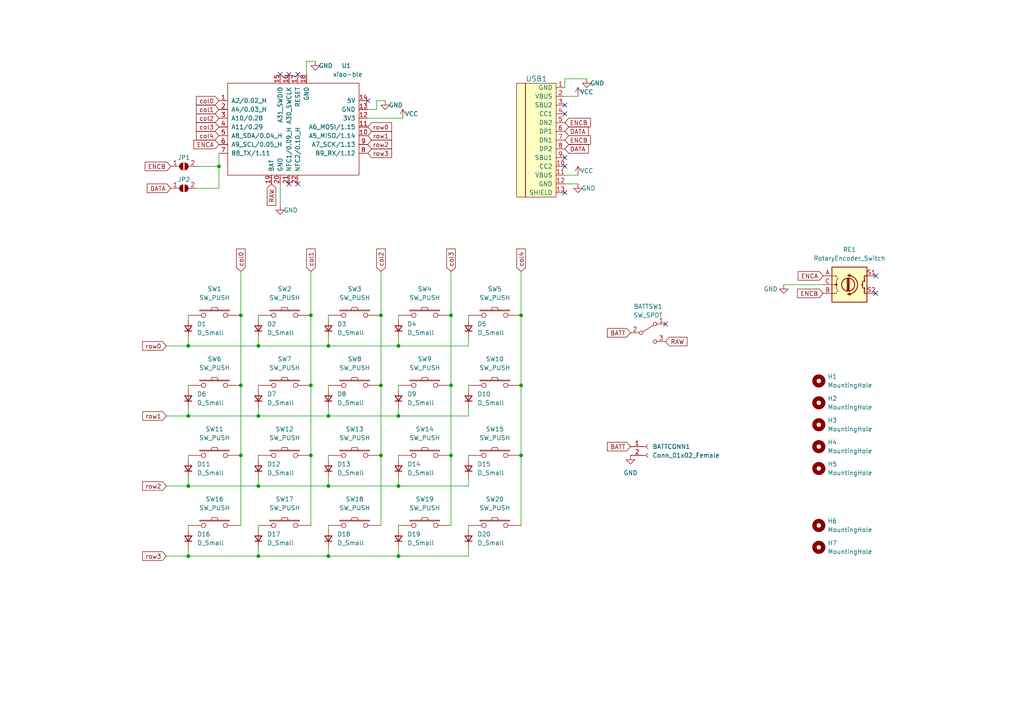
<source format=kicad_sch>
(kicad_sch (version 20211123) (generator eeschema)
  (paper "A4")
  (lib_symbols
    (symbol "Connector:Conn_01x02_Female" (pin_names (offset 1.016) hide)
      (property "Reference" "J" (at 0 2.54 0))
      (property "Value" "Conn_01x02_Female" (at 0 -5.08 0))
      (symbol "Conn_01x02_Female_1_1"
        (arc (start 0 -2.032) (mid -0.508 -2.54) (end 0 -3.048) (stroke (width 0.1524)))
        (polyline (pts (xy -1.27 -2.54) (xy -0.508 -2.54)) (stroke (width 0.1524)))
        (polyline (pts (xy -1.27 0) (xy -0.508 0)) (stroke (width 0.1524)))
        (arc (start 0 0.508) (mid -0.508 0) (end 0 -0.508) (stroke (width 0.1524)))
        (pin passive line (at -5.08 0 0) (length 3.81) (name "Pin_1") (number "1"))
        (pin passive line (at -5.08 -2.54 0) (length 3.81) (name "Pin_2") (number "2"))
      )
    )
    (symbol "Device:D_Small" (pin_numbers hide) (pin_names (offset 0.254) hide)
      (property "Reference" "D" (at -1.27 2.032 0))
      (property "Value" "D_Small" (at -3.81 -2.032 0))
      (symbol "D_Small_0_1"
        (polyline (pts (xy -0.762 -1.016) (xy -0.762 1.016)) (stroke (width 0.254)))
        (polyline (pts (xy -0.762 0) (xy 0.762 0)))
        (polyline (pts (xy 0.762 -1.016) (xy -0.762 0) (xy 0.762 1.016) (xy 0.762 -1.016)) (stroke (width 0.254)))
      )
      (symbol "D_Small_1_1"
        (pin passive line (at -2.54 0 0) (length 1.778) (name "K") (number "1"))
        (pin passive line (at 2.54 0 180) (length 1.778) (name "A") (number "2"))
      )
    )
    (symbol "Device:RotaryEncoder_Switch" (pin_names (offset 0.254) hide)
      (property "Reference" "SW" (at 0 6.604 0))
      (property "Value" "RotaryEncoder_Switch" (at 0 -6.604 0))
      (symbol "RotaryEncoder_Switch_0_1"
        (rectangle (start -5.08 5.08) (end 5.08 -5.08) (stroke (width 0.254)) (fill (type background)))
        (circle (center -3.81 0) (radius 0.254) (fill (type outline)))
        (arc (start -0.381 -2.794) (mid 2.3622 -0.0508) (end -0.381 2.667) (stroke (width 0.254)))
        (circle (center -0.381 0) (radius 1.905) (stroke (width 0.254)))
        (polyline (pts (xy -0.635 -1.778) (xy -0.635 1.778)) (stroke (width 0.254)))
        (polyline (pts (xy -0.381 -1.778) (xy -0.381 1.778)) (stroke (width 0.254)))
        (polyline (pts (xy -0.127 1.778) (xy -0.127 -1.778)) (stroke (width 0.254)))
        (polyline (pts (xy 3.81 0) (xy 3.429 0)) (stroke (width 0.254)))
        (polyline (pts (xy 3.81 1.016) (xy 3.81 -1.016)) (stroke (width 0.254)))
        (polyline (pts (xy -5.08 -2.54) (xy -3.81 -2.54) (xy -3.81 -2.032)))
        (polyline (pts (xy -5.08 2.54) (xy -3.81 2.54) (xy -3.81 2.032)))
        (polyline (pts (xy 0.254 -3.048) (xy -0.508 -2.794) (xy 0.127 -2.413)) (stroke (width 0.254)))
        (polyline (pts (xy 0.254 2.921) (xy -0.508 2.667) (xy 0.127 2.286)) (stroke (width 0.254)))
        (polyline (pts (xy 5.08 -2.54) (xy 4.318 -2.54) (xy 4.318 -1.016)) (stroke (width 0.254)))
        (polyline (pts (xy 5.08 2.54) (xy 4.318 2.54) (xy 4.318 1.016)) (stroke (width 0.254)))
        (polyline (pts (xy -5.08 0) (xy -3.81 0) (xy -3.81 -1.016) (xy -3.302 -2.032)))
        (polyline (pts (xy -4.318 0) (xy -3.81 0) (xy -3.81 1.016) (xy -3.302 2.032)))
        (circle (center 4.318 -1.016) (radius 0.127) (stroke (width 0.254)))
        (circle (center 4.318 1.016) (radius 0.127) (stroke (width 0.254)))
      )
      (symbol "RotaryEncoder_Switch_1_1"
        (pin passive line (at -7.62 2.54 0) (length 2.54) (name "A") (number "A"))
        (pin passive line (at -7.62 -2.54 0) (length 2.54) (name "B") (number "B"))
        (pin passive line (at -7.62 0 0) (length 2.54) (name "C") (number "C"))
        (pin passive line (at 7.62 2.54 180) (length 2.54) (name "S1") (number "S1"))
        (pin passive line (at 7.62 -2.54 180) (length 2.54) (name "S2") (number "S2"))
      )
    )
    (symbol "Jumper:SolderJumper_2_Open" (pin_names (offset 0) hide)
      (property "Reference" "JP" (at 0 2.032 0))
      (property "Value" "SolderJumper_2_Open" (at 0 -2.54 0))
      (symbol "SolderJumper_2_Open_0_1"
        (arc (start -0.254 1.016) (mid -1.27 0) (end -0.254 -1.016))
        (arc (start -0.254 1.016) (mid -1.27 0) (end -0.254 -1.016) (fill (type outline)))
        (polyline (pts (xy -0.254 1.016) (xy -0.254 -1.016)))
        (polyline (pts (xy 0.254 1.016) (xy 0.254 -1.016)))
        (arc (start 0.254 -1.016) (mid 1.27 0) (end 0.254 1.016))
        (arc (start 0.254 -1.016) (mid 1.27 0) (end 0.254 1.016) (fill (type outline)))
      )
      (symbol "SolderJumper_2_Open_1_1"
        (pin passive line (at -3.81 0 0) (length 2.54) (name "A") (number "1"))
        (pin passive line (at 3.81 0 180) (length 2.54) (name "B") (number "2"))
      )
    )
    (symbol "Mechanical:MountingHole" (pin_names (offset 1.016))
      (property "Reference" "H" (at 0 5.08 0))
      (property "Value" "MountingHole" (at 0 3.175 0))
      (symbol "MountingHole_0_1"
        (circle (center 0 0) (radius 1.27) (stroke (width 1.27)))
      )
    )
    (symbol "Switch:SW_SPDT" (pin_names (offset 0) hide)
      (property "Reference" "SW" (at 0 4.318 0))
      (property "Value" "SW_SPDT" (at 0 -5.08 0))
      (symbol "SW_SPDT_0_0"
        (circle (center -2.032 0) (radius 0.508))
        (circle (center 2.032 -2.54) (radius 0.508))
      )
      (symbol "SW_SPDT_0_1"
        (polyline (pts (xy -1.524 0.254) (xy 1.651 2.286)))
        (circle (center 2.032 2.54) (radius 0.508))
      )
      (symbol "SW_SPDT_1_1"
        (pin passive line (at 5.08 2.54 180) (length 2.54) (name "A") (number "1"))
        (pin passive line (at -5.08 0 0) (length 2.54) (name "B") (number "2"))
        (pin passive line (at 5.08 -2.54 180) (length 2.54) (name "C") (number "3"))
      )
    )
    (symbol "kbd:SW_PUSH" (pin_numbers hide) (pin_names (offset 1.016) hide)
      (property "Reference" "SW" (at 3.81 2.794 0))
      (property "Value" "SW_PUSH" (at 0 -2.032 0))
      (symbol "SW_PUSH_0_1"
        (rectangle (start -4.318 1.27) (end 4.318 1.524))
        (polyline (pts (xy -1.016 1.524) (xy -0.762 2.286) (xy 0.762 2.286) (xy 1.016 1.524)))
        (pin passive inverted (at -7.62 0 0) (length 5.08) (name "1") (number "1"))
        (pin passive inverted (at 7.62 0 180) (length 5.08) (name "2") (number "2"))
      )
    )
    (symbol "kleeb-mcu:xiao-ble" (pin_names (offset 1.016))
      (property "Reference" "U" (at -17.78 16.51 0))
      (property "Value" "xiao-ble" (at -15.24 13.97 0))
      (symbol "xiao-ble_0_1"
        (rectangle (start -19.05 12.7) (end 19.05 -13.97))
      )
      (symbol "xiao-ble_1_1"
        (pin bidirectional line (at -21.59 7.62 0) (length 2.54) (name "A2/0.02_H") (number "1"))
        (pin bidirectional line (at 21.59 -2.54 180) (length 2.54) (name "A5_MISO/1.14") (number "10"))
        (pin bidirectional line (at 21.59 0 180) (length 2.54) (name "A6_MOSI/1.15") (number "11"))
        (pin power_out line (at 21.59 2.54 180) (length 2.54) (name "3V3") (number "12"))
        (pin power_out line (at 21.59 5.08 180) (length 2.54) (name "GND") (number "13"))
        (pin power_out line (at 21.59 7.62 180) (length 2.54) (name "5V") (number "14"))
        (pin input line (at -3.81 15.24 270) (length 2.54) (name "A31_SWDIO") (number "15"))
        (pin input line (at -1.27 15.24 270) (length 2.54) (name "A30_SWCLK") (number "16"))
        (pin input line (at 1.27 15.24 270) (length 2.54) (name "RESET") (number "17"))
        (pin power_out line (at 3.81 15.24 270) (length 2.54) (name "GND") (number "18"))
        (pin bidirectional line (at -6.35 -16.51 90) (length 2.54) (name "BAT") (number "19"))
        (pin bidirectional line (at -21.59 5.08 0) (length 2.54) (name "A4/0.03_H") (number "2"))
        (pin power_out line (at -3.81 -16.51 90) (length 2.54) (name "GND") (number "20"))
        (pin bidirectional line (at -1.27 -16.51 90) (length 2.54) (name "NFC1/0.09_H") (number "21"))
        (pin bidirectional line (at 1.27 -16.51 90) (length 2.54) (name "NFC2/0.10_H") (number "22"))
        (pin bidirectional line (at -21.59 2.54 0) (length 2.54) (name "A10/0.28") (number "3"))
        (pin bidirectional line (at -21.59 0 0) (length 2.54) (name "A11/0.29") (number "4"))
        (pin bidirectional line (at -21.59 -2.54 0) (length 2.54) (name "A8_SDA/0.04_H") (number "5"))
        (pin bidirectional line (at -21.59 -5.08 0) (length 2.54) (name "A9_SCL/0.05_H") (number "6"))
        (pin bidirectional line (at -21.59 -7.62 0) (length 2.54) (name "B8_TX/1.11") (number "7"))
        (pin bidirectional line (at 21.59 -7.62 180) (length 2.54) (name "B9_RX/1.12") (number "8"))
        (pin bidirectional line (at 21.59 -5.08 180) (length 2.54) (name "A7_SCK/1.13") (number "9"))
      )
    )
    (symbol "power:GND" (power) (pin_names (offset 0))
      (property "Value" "GND" (at 0 -3.81 0))
      (symbol "GND_0_1"
        (polyline (pts (xy 0 0) (xy 0 -1.27) (xy 1.27 -1.27) (xy 0 -2.54) (xy -1.27 -1.27) (xy 0 -1.27)))
      )
      (symbol "GND_1_1"
        (pin power_in line (at 0 0 270) (length 0) hide (name "GND") (number "1"))
      )
    )
    (symbol "power:VCC" (power) (pin_names (offset 0))
      (property "Value" "VCC" (at 0 3.81 0))
      (symbol "VCC_0_1"
        (polyline (pts (xy -0.762 1.27) (xy 0 2.54)))
        (polyline (pts (xy 0 0) (xy 0 2.54)))
        (polyline (pts (xy 0 2.54) (xy 0.762 1.27)))
      )
      (symbol "VCC_1_1"
        (pin power_in line (at 0 0 90) (length 0) hide (name "VCC") (number "1"))
      )
    )
    (symbol "typec:HRO-TYPE-C-31-M-12" (pin_names (offset 1.016))
      (property "Reference" "USB" (at -5.08 16.51 0))
      (property "Value" "HRO-TYPE-C-31-M-12" (at -10.16 -1.27 90))
      (symbol "HRO-TYPE-C-31-M-12_0_1"
        (rectangle (start -11.43 15.24) (end -8.89 -17.78) (fill (type background)))
        (rectangle (start 0 -17.78) (end -8.89 15.24) (fill (type background)))
      )
      (symbol "HRO-TYPE-C-31-M-12_1_1"
        (pin input line (at 2.54 13.97 180) (length 2.54) (name "GND") (number "1"))
        (pin input line (at 2.54 -8.89 180) (length 2.54) (name "CC2") (number "10"))
        (pin input line (at 2.54 -11.43 180) (length 2.54) (name "VBUS") (number "11"))
        (pin input line (at 2.54 -13.97 180) (length 2.54) (name "GND") (number "12"))
        (pin input line (at 2.54 -16.51 180) (length 2.54) (name "SHIELD") (number "13"))
        (pin input line (at 2.54 11.43 180) (length 2.54) (name "VBUS") (number "2"))
        (pin input line (at 2.54 8.89 180) (length 2.54) (name "SBU2") (number "3"))
        (pin input line (at 2.54 6.35 180) (length 2.54) (name "CC1") (number "4"))
        (pin input line (at 2.54 3.81 180) (length 2.54) (name "DN2") (number "5"))
        (pin input line (at 2.54 1.27 180) (length 2.54) (name "DP1") (number "6"))
        (pin input line (at 2.54 -1.27 180) (length 2.54) (name "DN1") (number "7"))
        (pin input line (at 2.54 -3.81 180) (length 2.54) (name "DP2") (number "8"))
        (pin input line (at 2.54 -6.35 180) (length 2.54) (name "SBU1") (number "9"))
      )
    )
  )
  (junction (at 115.57 161.29))
  (junction (at 69.85 132.08))
  (junction (at 74.93 161.29))
  (junction (at 95.25 140.97))
  (junction (at 130.81 132.08))
  (junction (at 54.61 120.65))
  (junction (at 110.49 91.44))
  (junction (at 115.57 140.97))
  (junction (at 74.93 140.97))
  (junction (at 74.93 100.33))
  (junction (at 54.61 100.33))
  (junction (at 115.57 100.33))
  (junction (at 115.57 120.65))
  (junction (at 74.93 120.65))
  (junction (at 151.13 111.76))
  (junction (at 90.17 111.76))
  (junction (at 95.25 100.33))
  (junction (at 110.49 111.76))
  (junction (at 151.13 91.44))
  (junction (at 130.81 91.44))
  (junction (at 95.25 161.29))
  (junction (at 69.85 91.44))
  (junction (at 90.17 91.44))
  (junction (at 69.85 111.76))
  (junction (at 63.5 48.26))
  (junction (at 110.49 132.08))
  (junction (at 90.17 132.08))
  (junction (at 151.13 132.08))
  (junction (at 54.61 140.97))
  (junction (at 95.25 120.65))
  (junction (at 54.61 161.29))
  (junction (at 130.81 111.76))
  (no_connect (at 163.83 33.02))
  (no_connect (at 83.82 53.34))
  (no_connect (at 106.68 29.21))
  (no_connect (at 163.83 55.88))
  (no_connect (at 83.82 21.59))
  (no_connect (at 254 80.01))
  (no_connect (at 163.83 30.48))
  (no_connect (at 86.36 53.34))
  (no_connect (at 163.83 45.72))
  (no_connect (at 86.36 21.59))
  (no_connect (at 193.04 93.98))
  (no_connect (at 163.83 48.26))
  (no_connect (at 254 85.09))
  (no_connect (at 81.28 21.59))
  (wire (pts (xy 115.57 97.79) (xy 115.57 100.33)))
  (wire (pts (xy 95.25 118.11) (xy 95.25 120.65)))
  (wire (pts (xy 130.81 132.08) (xy 130.81 152.4)))
  (wire (pts (xy 74.93 118.11) (xy 74.93 120.65)))
  (wire (pts (xy 74.93 91.44) (xy 74.93 92.71)))
  (wire (pts (xy 74.93 161.29) (xy 95.25 161.29)))
  (wire (pts (xy 95.25 140.97) (xy 115.57 140.97)))
  (wire (pts (xy 115.57 111.76) (xy 115.57 113.03)))
  (wire (pts (xy 74.93 97.79) (xy 74.93 100.33)))
  (wire (pts (xy 110.49 78.74) (xy 110.49 91.44)))
  (wire (pts (xy 151.13 132.08) (xy 151.13 152.4)))
  (wire (pts (xy 74.93 111.76) (xy 74.93 113.03)))
  (wire (pts (xy 48.26 140.97) (xy 54.61 140.97)))
  (wire (pts (xy 163.83 22.86) (xy 163.83 25.4)))
  (wire (pts (xy 54.61 158.75) (xy 54.61 161.29)))
  (wire (pts (xy 95.25 97.79) (xy 95.25 100.33)))
  (wire (pts (xy 115.57 118.11) (xy 115.57 120.65)))
  (wire (pts (xy 238.76 82.55) (xy 227.33 82.55)))
  (wire (pts (xy 151.13 91.44) (xy 151.13 111.76)))
  (wire (pts (xy 54.61 132.08) (xy 54.61 133.35)))
  (wire (pts (xy 135.89 91.44) (xy 135.89 92.71)))
  (wire (pts (xy 74.93 152.4) (xy 74.93 153.67)))
  (wire (pts (xy 135.89 138.43) (xy 135.89 140.97)))
  (wire (pts (xy 115.57 138.43) (xy 115.57 140.97)))
  (wire (pts (xy 115.57 91.44) (xy 115.57 92.71)))
  (wire (pts (xy 69.85 111.76) (xy 69.85 132.08)))
  (wire (pts (xy 54.61 111.76) (xy 54.61 113.03)))
  (wire (pts (xy 95.25 138.43) (xy 95.25 140.97)))
  (wire (pts (xy 130.81 91.44) (xy 130.81 111.76)))
  (wire (pts (xy 115.57 158.75) (xy 115.57 161.29)))
  (wire (pts (xy 74.93 158.75) (xy 74.93 161.29)))
  (wire (pts (xy 95.25 132.08) (xy 95.25 133.35)))
  (wire (pts (xy 130.81 111.76) (xy 130.81 132.08)))
  (wire (pts (xy 135.89 118.11) (xy 135.89 120.65)))
  (wire (pts (xy 115.57 120.65) (xy 135.89 120.65)))
  (wire (pts (xy 69.85 91.44) (xy 69.85 111.76)))
  (wire (pts (xy 95.25 158.75) (xy 95.25 161.29)))
  (wire (pts (xy 57.15 48.26) (xy 63.5 48.26)))
  (wire (pts (xy 130.81 78.74) (xy 130.81 91.44)))
  (wire (pts (xy 74.93 132.08) (xy 74.93 133.35)))
  (wire (pts (xy 163.83 53.34) (xy 167.64 53.34)))
  (wire (pts (xy 151.13 78.74) (xy 151.13 91.44)))
  (wire (pts (xy 115.57 152.4) (xy 115.57 153.67)))
  (wire (pts (xy 90.17 91.44) (xy 90.17 111.76)))
  (wire (pts (xy 135.89 158.75) (xy 135.89 161.29)))
  (wire (pts (xy 95.25 161.29) (xy 115.57 161.29)))
  (wire (pts (xy 48.26 161.29) (xy 54.61 161.29)))
  (wire (pts (xy 90.17 78.74) (xy 90.17 91.44)))
  (wire (pts (xy 95.25 91.44) (xy 95.25 92.71)))
  (wire (pts (xy 48.26 100.33) (xy 54.61 100.33)))
  (wire (pts (xy 115.57 100.33) (xy 135.89 100.33)))
  (wire (pts (xy 54.61 100.33) (xy 74.93 100.33)))
  (wire (pts (xy 110.49 91.44) (xy 110.49 111.76)))
  (wire (pts (xy 54.61 152.4) (xy 54.61 153.67)))
  (wire (pts (xy 110.49 132.08) (xy 110.49 152.4)))
  (wire (pts (xy 135.89 97.79) (xy 135.89 100.33)))
  (wire (pts (xy 54.61 161.29) (xy 74.93 161.29)))
  (wire (pts (xy 90.17 132.08) (xy 90.17 152.4)))
  (wire (pts (xy 95.25 120.65) (xy 115.57 120.65)))
  (wire (pts (xy 54.61 118.11) (xy 54.61 120.65)))
  (wire (pts (xy 115.57 140.97) (xy 135.89 140.97)))
  (wire (pts (xy 110.49 111.76) (xy 110.49 132.08)))
  (wire (pts (xy 54.61 97.79) (xy 54.61 100.33)))
  (wire (pts (xy 135.89 111.76) (xy 135.89 113.03)))
  (wire (pts (xy 74.93 140.97) (xy 95.25 140.97)))
  (wire (pts (xy 64.77 44.45) (xy 63.5 44.45)))
  (wire (pts (xy 109.22 31.75) (xy 109.22 29.21)))
  (wire (pts (xy 106.68 31.75) (xy 109.22 31.75)))
  (wire (pts (xy 135.89 132.08) (xy 135.89 133.35)))
  (wire (pts (xy 163.83 27.94) (xy 167.64 27.94)))
  (wire (pts (xy 81.28 53.34) (xy 81.28 59.69)))
  (wire (pts (xy 115.57 161.29) (xy 135.89 161.29)))
  (wire (pts (xy 91.44 17.78) (xy 88.9 17.78)))
  (wire (pts (xy 135.89 152.4) (xy 135.89 153.67)))
  (wire (pts (xy 95.25 100.33) (xy 115.57 100.33)))
  (wire (pts (xy 63.5 54.61) (xy 63.5 48.26)))
  (wire (pts (xy 74.93 138.43) (xy 74.93 140.97)))
  (wire (pts (xy 106.68 34.29) (xy 116.84 34.29)))
  (wire (pts (xy 95.25 152.4) (xy 95.25 153.67)))
  (wire (pts (xy 115.57 132.08) (xy 115.57 133.35)))
  (wire (pts (xy 69.85 78.74) (xy 69.85 91.44)))
  (wire (pts (xy 69.85 132.08) (xy 69.85 152.4)))
  (wire (pts (xy 54.61 120.65) (xy 74.93 120.65)))
  (wire (pts (xy 57.15 54.61) (xy 63.5 54.61)))
  (wire (pts (xy 54.61 91.44) (xy 54.61 92.71)))
  (wire (pts (xy 163.83 22.86) (xy 170.18 22.86)))
  (wire (pts (xy 151.13 111.76) (xy 151.13 132.08)))
  (wire (pts (xy 109.22 29.21) (xy 111.76 29.21)))
  (wire (pts (xy 90.17 111.76) (xy 90.17 132.08)))
  (wire (pts (xy 63.5 48.26) (xy 63.5 44.45)))
  (wire (pts (xy 88.9 17.78) (xy 88.9 21.59)))
  (wire (pts (xy 74.93 100.33) (xy 95.25 100.33)))
  (wire (pts (xy 95.25 111.76) (xy 95.25 113.03)))
  (wire (pts (xy 54.61 140.97) (xy 74.93 140.97)))
  (wire (pts (xy 48.26 120.65) (xy 54.61 120.65)))
  (wire (pts (xy 74.93 120.65) (xy 95.25 120.65)))
  (wire (pts (xy 54.61 138.43) (xy 54.61 140.97)))
  (wire (pts (xy 163.83 50.8) (xy 167.64 50.8)))
  (global_label "BATT" (shape input) (at 182.88 96.52 180) (property "Intersheet References" "${INTERSHEET_REFS}" (effects hide)))
  (global_label "BATT" (shape input) (at 182.88 129.54 180) (property "Intersheet References" "${INTERSHEET_REFS}" (effects hide)))
  (global_label "ENCB" (shape input) (at 49.53 48.26 180) (property "Intersheet References" "${INTERSHEET_REFS}" (effects hide)))
  (global_label "col2" (shape input) (at 110.49 78.74 90) (property "Intersheet References" "${INTERSHEET_REFS}" (effects hide)))
  (global_label "col3" (shape input) (at 130.81 78.74 90) (property "Intersheet References" "${INTERSHEET_REFS}" (effects hide)))
  (global_label "row2" (shape input) (at 106.68 41.91 0) (property "Intersheet References" "${INTERSHEET_REFS}" (effects hide)))
  (global_label "col0" (shape input) (at 69.85 78.74 90) (property "Intersheet References" "${INTERSHEET_REFS}" (effects hide)))
  (global_label "ENCB" (shape input) (at 163.83 35.56 0) (property "Intersheet References" "${INTERSHEET_REFS}" (effects hide)))
  (global_label "col1" (shape input) (at 63.5 31.75 180) (property "Intersheet References" "${INTERSHEET_REFS}" (effects hide)))
  (global_label "DATA" (shape input) (at 163.83 38.1 0) (property "Intersheet References" "${INTERSHEET_REFS}" (effects hide)))
  (global_label "row0" (shape input) (at 48.26 100.33 180) (property "Intersheet References" "${INTERSHEET_REFS}" (effects hide)))
  (global_label "ENCB" (shape input) (at 238.76 85.09 180) (property "Intersheet References" "${INTERSHEET_REFS}" (effects hide)))
  (global_label "DATA" (shape input) (at 49.53 54.61 180) (property "Intersheet References" "${INTERSHEET_REFS}" (effects hide)))
  (global_label "row2" (shape input) (at 48.26 140.97 180) (property "Intersheet References" "${INTERSHEET_REFS}" (effects hide)))
  (global_label "RAW" (shape input) (at 193.04 99.06 0) (property "Intersheet References" "${INTERSHEET_REFS}" (effects hide)))
  (global_label "ENCA" (shape input) (at 63.5 41.91 180) (property "Intersheet References" "${INTERSHEET_REFS}" (effects hide)))
  (global_label "col4" (shape input) (at 63.5 39.37 180) (property "Intersheet References" "${INTERSHEET_REFS}" (effects hide)))
  (global_label "row3" (shape input) (at 106.68 44.45 0) (property "Intersheet References" "${INTERSHEET_REFS}" (effects hide)))
  (global_label "row1" (shape input) (at 106.68 39.37 0) (property "Intersheet References" "${INTERSHEET_REFS}" (effects hide)))
  (global_label "ENCB" (shape input) (at 163.83 40.64 0) (property "Intersheet References" "${INTERSHEET_REFS}" (effects hide)))
  (global_label "row0" (shape input) (at 106.68 36.83 0) (property "Intersheet References" "${INTERSHEET_REFS}" (effects hide)))
  (global_label "col4" (shape input) (at 151.13 78.74 90) (property "Intersheet References" "${INTERSHEET_REFS}" (effects hide)))
  (global_label "DATA" (shape input) (at 163.83 43.18 0) (property "Intersheet References" "${INTERSHEET_REFS}" (effects hide)))
  (global_label "col2" (shape input) (at 63.5 34.29 180) (property "Intersheet References" "${INTERSHEET_REFS}" (effects hide)))
  (global_label "RAW" (shape input) (at 78.74 53.34 270) (property "Intersheet References" "${INTERSHEET_REFS}" (effects hide)))
  (global_label "row1" (shape input) (at 48.26 120.65 180) (property "Intersheet References" "${INTERSHEET_REFS}" (effects hide)))
  (global_label "ENCA" (shape input) (at 238.76 80.01 180) (property "Intersheet References" "${INTERSHEET_REFS}" (effects hide)))
  (global_label "col0" (shape input) (at 63.5 29.21 180) (property "Intersheet References" "${INTERSHEET_REFS}" (effects hide)))
  (global_label "col3" (shape input) (at 63.5 36.83 180) (property "Intersheet References" "${INTERSHEET_REFS}" (effects hide)))
  (global_label "row3" (shape input) (at 48.26 161.29 180) (property "Intersheet References" "${INTERSHEET_REFS}" (effects hide)))
  (global_label "col1" (shape input) (at 90.17 78.74 90) (property "Intersheet References" "${INTERSHEET_REFS}" (effects hide)))
  (symbol (lib_id "kbd:SW_PUSH") (at 82.55 111.76 0) (unit 1)
    (property "Reference" "SW7" (at 82.55 104.14 0))
    (property "Value" "SW_PUSH" (at 82.55 106.68 0))
    (property "Footprint" "pica:CherryMX_Hotswap" (effects hide))
  )
  (symbol (lib_id "Device:RotaryEncoder_Switch") (at 246.38 82.55 0) (unit 1)
    (property "Reference" "RE1" (at 246.38 72.39 0))
    (property "Value" "RotaryEncoder_Switch" (at 246.38 74.93 0))
    (property "Footprint" "pica:RotaryEncoder_EC11" (effects hide))
  )
  (symbol (lib_id "kbd:SW_PUSH") (at 102.87 132.08 0) (unit 1)
    (property "Reference" "SW13" (at 102.87 124.46 0))
    (property "Value" "SW_PUSH" (at 102.87 127 0))
    (property "Footprint" "pica:CherryMX_Hotswap" (effects hide))
  )
  (symbol (lib_id "kbd:SW_PUSH") (at 62.23 111.76 0) (unit 1)
    (property "Reference" "SW6" (at 62.23 104.14 0))
    (property "Value" "SW_PUSH" (at 62.23 106.68 0))
    (property "Footprint" "pica:CherryMX_Hotswap" (effects hide))
  )
  (symbol (lib_id "Mechanical:MountingHole") (at 237.49 129.54 0) (unit 1)
    (property "Reference" "H4" (at 240.03 128.2699 0) (effects (justify left)))
    (property "Value" "MountingHole" (at 240.03 130.8099 0) (effects (justify left)))
    (property "Footprint" "kbd:M2_HOLE_v2" (effects hide))
  )
  (symbol (lib_id "Device:D_Small") (at 54.61 156.21 90) (unit 1)
    (property "Reference" "D16" (at 57.15 154.9399 90) (effects (justify right)))
    (property "Value" "D_Small" (at 57.15 157.4799 90) (effects (justify right)))
    (property "Footprint" "pica:D3_SMD" (effects hide))
  )
  (symbol (lib_id "Device:D_Small") (at 135.89 95.25 90) (unit 1)
    (property "Reference" "D5" (at 138.43 93.9799 90) (effects (justify right)))
    (property "Value" "D_Small" (at 138.43 96.5199 90) (effects (justify right)))
    (property "Footprint" "pica:D3_SMD" (effects hide))
  )
  (symbol (lib_id "Device:D_Small") (at 95.25 135.89 90) (unit 1)
    (property "Reference" "D13" (at 97.79 134.6199 90) (effects (justify right)))
    (property "Value" "D_Small" (at 97.79 137.1599 90) (effects (justify right)))
    (property "Footprint" "pica:D3_SMD" (effects hide))
  )
  (symbol (lib_id "Device:D_Small") (at 95.25 156.21 90) (unit 1)
    (property "Reference" "D18" (at 97.79 154.9399 90) (effects (justify right)))
    (property "Value" "D_Small" (at 97.79 157.4799 90) (effects (justify right)))
    (property "Footprint" "pica:D3_SMD" (effects hide))
  )
  (symbol (lib_id "kbd:SW_PUSH") (at 82.55 91.44 0) (unit 1)
    (property "Reference" "SW2" (at 82.55 83.82 0))
    (property "Value" "SW_PUSH" (at 82.55 86.36 0))
    (property "Footprint" "pica:CherryMX_Hotswap" (effects hide))
  )
  (symbol (lib_id "Connector:Conn_01x02_Female") (at 187.96 129.54 0) (unit 1)
    (property "Reference" "BATTCONN1" (at 189.23 129.5399 0) (effects (justify left)))
    (property "Value" "Conn_01x02_Female" (at 189.23 132.0799 0) (effects (justify left)))
    (property "Footprint" "Connector_JST:JST_PH_S2B-PH-K_1x02_P2.00mm_Horizontal" (effects hide))
  )
  (symbol (lib_id "Device:D_Small") (at 135.89 115.57 90) (unit 1)
    (property "Reference" "D10" (at 138.43 114.2999 90) (effects (justify right)))
    (property "Value" "D_Small" (at 138.43 116.8399 90) (effects (justify right)))
    (property "Footprint" "pica:D3_SMD" (effects hide))
  )
  (symbol (lib_id "power:GND") (at 227.33 82.55 0) (unit 1)
    (property "Reference" "#PWR01" (effects hide))
    (property "Value" "GND" (at 223.52 83.82 0))
  )
  (symbol (lib_id "kleeb-mcu:xiao-ble") (at 85.09 36.83 0) (unit 1)
    (property "Reference" "U1" (at 99.06 19.05 0) (effects (justify left)))
    (property "Value" "xiao-ble" (at 96.52 21.59 0) (effects (justify left)))
    (property "Footprint" "kleeb-mcu:xiao-ble-tht" (effects hide))
  )
  (symbol (lib_id "Device:D_Small") (at 54.61 95.25 90) (unit 1)
    (property "Reference" "D1" (at 57.15 93.9799 90) (effects (justify right)))
    (property "Value" "D_Small" (at 57.15 96.5199 90) (effects (justify right)))
    (property "Footprint" "pica:D3_SMD" (effects hide))
  )
  (symbol (lib_id "power:VCC") (at 116.84 34.29 0) (unit 1)
    (property "Reference" "#PWR06" (effects hide))
    (property "Value" "VCC" (at 119.38 33.02 0))
  )
  (symbol (lib_id "typec:HRO-TYPE-C-31-M-12") (at 161.29 39.37 0) (unit 1)
    (property "Reference" "USB1" (at 155.575 22.86 0) (effects (font (size 1.524 1.524))))
    (property "Value" "HRO-TYPE-C-31-M-12" (effects hide))
    (property "Footprint" "pica:HRO-TYPE-C-31-M-12-data" (effects hide))
  )
  (symbol (lib_id "kbd:SW_PUSH") (at 123.19 111.76 0) (unit 1)
    (property "Reference" "SW9" (at 123.19 104.14 0))
    (property "Value" "SW_PUSH" (at 123.19 106.68 0))
    (property "Footprint" "pica:CherryMX_Hotswap" (effects hide))
  )
  (symbol (lib_id "Device:D_Small") (at 74.93 135.89 90) (unit 1)
    (property "Reference" "D12" (at 77.47 134.6199 90) (effects (justify right)))
    (property "Value" "D_Small" (at 77.47 137.1599 90) (effects (justify right)))
    (property "Footprint" "pica:D3_SMD" (effects hide))
  )
  (symbol (lib_id "power:GND") (at 170.18 22.86 0) (mirror y) (unit 1)
    (property "Reference" "#PWR03" (effects hide))
    (property "Value" "GND" (at 175.26 24.13 0) (effects (justify left)))
  )
  (symbol (lib_id "kbd:SW_PUSH") (at 123.19 91.44 0) (unit 1)
    (property "Reference" "SW4" (at 123.19 83.82 0))
    (property "Value" "SW_PUSH" (at 123.19 86.36 0))
    (property "Footprint" "pica:CherryMX_Hotswap" (effects hide))
  )
  (symbol (lib_id "kbd:SW_PUSH") (at 143.51 152.4 0) (unit 1)
    (property "Reference" "SW20" (at 143.51 144.78 0))
    (property "Value" "SW_PUSH" (at 143.51 147.32 0))
    (property "Footprint" "pica:CherryMX_Hotswap_1.5" (effects hide))
  )
  (symbol (lib_id "kbd:SW_PUSH") (at 82.55 132.08 0) (unit 1)
    (property "Reference" "SW12" (at 82.55 124.46 0))
    (property "Value" "SW_PUSH" (at 82.55 127 0))
    (property "Footprint" "pica:CherryMX_Hotswap" (effects hide))
  )
  (symbol (lib_id "Device:D_Small") (at 115.57 156.21 90) (unit 1)
    (property "Reference" "D19" (at 118.11 154.9399 90) (effects (justify right)))
    (property "Value" "D_Small" (at 118.11 157.4799 90) (effects (justify right)))
    (property "Footprint" "pica:D3_SMD" (effects hide))
  )
  (symbol (lib_id "kbd:SW_PUSH") (at 123.19 152.4 0) (unit 1)
    (property "Reference" "SW19" (at 123.19 144.78 0))
    (property "Value" "SW_PUSH" (at 123.19 147.32 0))
    (property "Footprint" "pica:CherryMX_Hotswap" (effects hide))
  )
  (symbol (lib_id "Mechanical:MountingHole") (at 237.49 116.84 0) (unit 1)
    (property "Reference" "H2" (at 240.03 115.5699 0) (effects (justify left)))
    (property "Value" "MountingHole" (at 240.03 118.1099 0) (effects (justify left)))
    (property "Footprint" "kbd:M2_HOLE_v2" (effects hide))
  )
  (symbol (lib_id "kbd:SW_PUSH") (at 123.19 132.08 0) (unit 1)
    (property "Reference" "SW14" (at 123.19 124.46 0))
    (property "Value" "SW_PUSH" (at 123.19 127 0))
    (property "Footprint" "pica:CherryMX_Hotswap" (effects hide))
  )
  (symbol (lib_id "power:GND") (at 111.76 29.21 0) (mirror y) (unit 1)
    (property "Reference" "#PWR05" (effects hide))
    (property "Value" "GND" (at 116.84 30.48 0) (effects (justify left)))
  )
  (symbol (lib_id "Device:D_Small") (at 74.93 115.57 90) (unit 1)
    (property "Reference" "D7" (at 77.47 114.2999 90) (effects (justify right)))
    (property "Value" "D_Small" (at 77.47 116.8399 90) (effects (justify right)))
    (property "Footprint" "pica:D3_SMD" (effects hide))
  )
  (symbol (lib_id "Device:D_Small") (at 135.89 156.21 90) (unit 1)
    (property "Reference" "D20" (at 138.43 154.9399 90) (effects (justify right)))
    (property "Value" "D_Small" (at 138.43 157.4799 90) (effects (justify right)))
    (property "Footprint" "pica:D3_SMD" (effects hide))
  )
  (symbol (lib_id "Jumper:SolderJumper_2_Open") (at 53.34 54.61 0) (unit 1)
    (property "Reference" "JP2" (at 53.34 52.07 0))
    (property "Value" "SolderJumper_2_Open" (effects hide))
    (property "Footprint" "Jumper:SolderJumper-2_P1.3mm_Open_TrianglePad1.0x1.5mm" (effects hide))
  )
  (symbol (lib_id "kbd:SW_PUSH") (at 102.87 111.76 0) (unit 1)
    (property "Reference" "SW8" (at 102.87 104.14 0))
    (property "Value" "SW_PUSH" (at 102.87 106.68 0))
    (property "Footprint" "pica:CherryMX_Hotswap" (effects hide))
  )
  (symbol (lib_id "Device:D_Small") (at 95.25 95.25 90) (unit 1)
    (property "Reference" "D3" (at 97.79 93.9799 90) (effects (justify right)))
    (property "Value" "D_Small" (at 97.79 96.5199 90) (effects (justify right)))
    (property "Footprint" "pica:D3_SMD" (effects hide))
  )
  (symbol (lib_id "power:GND") (at 167.64 53.34 0) (mirror y) (unit 1)
    (property "Reference" "#PWR08" (effects hide))
    (property "Value" "GND" (at 172.72 54.61 0) (effects (justify left)))
  )
  (symbol (lib_id "Device:D_Small") (at 135.89 135.89 90) (unit 1)
    (property "Reference" "D15" (at 138.43 134.6199 90) (effects (justify right)))
    (property "Value" "D_Small" (at 138.43 137.1599 90) (effects (justify right)))
    (property "Footprint" "pica:D3_SMD" (effects hide))
  )
  (symbol (lib_id "Device:D_Small") (at 115.57 115.57 90) (unit 1)
    (property "Reference" "D9" (at 118.11 114.2999 90) (effects (justify right)))
    (property "Value" "D_Small" (at 118.11 116.8399 90) (effects (justify right)))
    (property "Footprint" "pica:D3_SMD" (effects hide))
  )
  (symbol (lib_id "kbd:SW_PUSH") (at 82.55 152.4 0) (unit 1)
    (property "Reference" "SW17" (at 82.55 144.78 0))
    (property "Value" "SW_PUSH" (at 82.55 147.32 0))
    (property "Footprint" "pica:CherryMX_Hotswap" (effects hide))
  )
  (symbol (lib_id "Mechanical:MountingHole") (at 237.49 110.49 0) (unit 1)
    (property "Reference" "H1" (at 240.03 109.2199 0) (effects (justify left)))
    (property "Value" "MountingHole" (at 240.03 111.7599 0) (effects (justify left)))
    (property "Footprint" "kbd:M2_HOLE_v2" (effects hide))
  )
  (symbol (lib_id "Mechanical:MountingHole") (at 237.49 123.19 0) (unit 1)
    (property "Reference" "H3" (at 240.03 121.9199 0) (effects (justify left)))
    (property "Value" "MountingHole" (at 240.03 124.4599 0) (effects (justify left)))
    (property "Footprint" "kbd:M2_HOLE_v2" (effects hide))
  )
  (symbol (lib_id "kbd:SW_PUSH") (at 62.23 152.4 0) (unit 1)
    (property "Reference" "SW16" (at 62.23 144.78 0))
    (property "Value" "SW_PUSH" (at 62.23 147.32 0))
    (property "Footprint" "pica:CherryMX_Hotswap" (effects hide))
  )
  (symbol (lib_id "kbd:SW_PUSH") (at 143.51 132.08 0) (unit 1)
    (property "Reference" "SW15" (at 143.51 124.46 0))
    (property "Value" "SW_PUSH" (at 143.51 127 0))
    (property "Footprint" "pica:CherryMX_Hotswap" (effects hide))
  )
  (symbol (lib_id "power:VCC") (at 167.64 50.8 0) (unit 1)
    (property "Reference" "#PWR07" (effects hide))
    (property "Value" "VCC" (at 170.18 49.53 0))
  )
  (symbol (lib_id "kbd:SW_PUSH") (at 102.87 91.44 0) (unit 1)
    (property "Reference" "SW3" (at 102.87 83.82 0))
    (property "Value" "SW_PUSH" (at 102.87 86.36 0))
    (property "Footprint" "pica:CherryMX_Hotswap" (effects hide))
  )
  (symbol (lib_id "Switch:SW_SPDT") (at 187.96 96.52 0) (unit 1)
    (property "Reference" "BATTSW1" (at 187.96 88.9 0))
    (property "Value" "SW_SPDT" (at 187.96 91.44 0))
    (property "Footprint" "Button_Switch_SMD:SW_SPDT_PCM12" (effects hide))
  )
  (symbol (lib_id "kbd:SW_PUSH") (at 143.51 111.76 0) (unit 1)
    (property "Reference" "SW10" (at 143.51 104.14 0))
    (property "Value" "SW_PUSH" (at 143.51 106.68 0))
    (property "Footprint" "pica:CherryMX_Hotswap" (effects hide))
  )
  (symbol (lib_id "power:GND") (at 182.88 132.08 0) (unit 1)
    (property "Reference" "#PWR012" (effects hide))
    (property "Value" "GND" (at 182.88 137.16 0))
  )
  (symbol (lib_id "Device:D_Small") (at 74.93 95.25 90) (unit 1)
    (property "Reference" "D2" (at 77.47 93.9799 90) (effects (justify right)))
    (property "Value" "D_Small" (at 77.47 96.5199 90) (effects (justify right)))
    (property "Footprint" "pica:D3_SMD" (effects hide))
  )
  (symbol (lib_id "Device:D_Small") (at 95.25 115.57 90) (unit 1)
    (property "Reference" "D8" (at 97.79 114.2999 90) (effects (justify right)))
    (property "Value" "D_Small" (at 97.79 116.8399 90) (effects (justify right)))
    (property "Footprint" "pica:D3_SMD" (effects hide))
  )
  (symbol (lib_id "kbd:SW_PUSH") (at 102.87 152.4 0) (unit 1)
    (property "Reference" "SW18" (at 102.87 144.78 0))
    (property "Value" "SW_PUSH" (at 102.87 147.32 0))
    (property "Footprint" "pica:CherryMX_Hotswap" (effects hide))
  )
  (symbol (lib_id "kbd:SW_PUSH") (at 62.23 132.08 0) (unit 1)
    (property "Reference" "SW11" (at 62.23 124.46 0))
    (property "Value" "SW_PUSH" (at 62.23 127 0))
    (property "Footprint" "pica:CherryMX_Hotswap" (effects hide))
  )
  (symbol (lib_id "Mechanical:MountingHole") (at 237.49 135.89 0) (unit 1)
    (property "Reference" "H5" (at 240.03 134.6199 0) (effects (justify left)))
    (property "Value" "MountingHole" (at 240.03 137.1599 0) (effects (justify left)))
    (property "Footprint" "kbd:M2_HOLE_v2" (effects hide))
  )
  (symbol (lib_id "Jumper:SolderJumper_2_Open") (at 53.34 48.26 0) (unit 1)
    (property "Reference" "JP1" (at 53.34 45.72 0))
    (property "Value" "SolderJumper_2_Open" (effects hide))
    (property "Footprint" "Jumper:SolderJumper-2_P1.3mm_Open_TrianglePad1.0x1.5mm" (effects hide))
  )
  (symbol (lib_id "Device:D_Small") (at 115.57 135.89 90) (unit 1)
    (property "Reference" "D14" (at 118.11 134.6199 90) (effects (justify right)))
    (property "Value" "D_Small" (at 118.11 137.1599 90) (effects (justify right)))
    (property "Footprint" "pica:D3_SMD" (effects hide))
  )
  (symbol (lib_id "Device:D_Small") (at 74.93 156.21 90) (unit 1)
    (property "Reference" "D17" (at 77.47 154.9399 90) (effects (justify right)))
    (property "Value" "D_Small" (at 77.47 157.4799 90) (effects (justify right)))
    (property "Footprint" "pica:D3_SMD" (effects hide))
  )
  (symbol (lib_id "power:GND") (at 91.44 17.78 0) (mirror y) (unit 1)
    (property "Reference" "#PWR02" (effects hide))
    (property "Value" "GND" (at 96.52 19.05 0) (effects (justify left)))
  )
  (symbol (lib_id "Device:D_Small") (at 115.57 95.25 90) (unit 1)
    (property "Reference" "D4" (at 118.11 93.9799 90) (effects (justify right)))
    (property "Value" "D_Small" (at 118.11 96.5199 90) (effects (justify right)))
    (property "Footprint" "pica:D3_SMD" (effects hide))
  )
  (symbol (lib_id "Mechanical:MountingHole") (at 237.49 158.75 0) (unit 1)
    (property "Reference" "H7" (at 240.03 157.4799 0) (effects (justify left)))
    (property "Value" "MountingHole" (at 240.03 160.0199 0) (effects (justify left)))
    (property "Footprint" "kbd:M2_Hole_TH" (effects hide))
  )
  (symbol (lib_id "kbd:SW_PUSH") (at 62.23 91.44 0) (unit 1)
    (property "Reference" "SW1" (at 62.23 83.82 0))
    (property "Value" "SW_PUSH" (at 62.23 86.36 0))
    (property "Footprint" "pica:CherryMX_Hotswap" (effects hide))
  )
  (symbol (lib_id "power:GND") (at 81.28 59.69 0) (mirror y) (unit 1)
    (property "Reference" "#PWR09" (effects hide))
    (property "Value" "GND" (at 86.36 60.96 0) (effects (justify left)))
  )
  (symbol (lib_id "Device:D_Small") (at 54.61 135.89 90) (unit 1)
    (property "Reference" "D11" (at 57.15 134.6199 90) (effects (justify right)))
    (property "Value" "D_Small" (at 57.15 137.1599 90) (effects (justify right)))
    (property "Footprint" "pica:D3_SMD" (effects hide))
  )
  (symbol (lib_id "power:VCC") (at 167.64 27.94 0) (unit 1)
    (property "Reference" "#PWR04" (effects hide))
    (property "Value" "VCC" (at 170.18 26.67 0))
  )
  (symbol (lib_id "Device:D_Small") (at 54.61 115.57 90) (unit 1)
    (property "Reference" "D6" (at 57.15 114.2999 90) (effects (justify right)))
    (property "Value" "D_Small" (at 57.15 116.8399 90) (effects (justify right)))
    (property "Footprint" "pica:D3_SMD" (effects hide))
  )
  (symbol (lib_id "Mechanical:MountingHole") (at 237.49 152.4 0) (unit 1)
    (property "Reference" "H6" (at 240.03 151.1299 0) (effects (justify left)))
    (property "Value" "MountingHole" (at 240.03 153.6699 0) (effects (justify left)))
    (property "Footprint" "kbd:M2_Hole_TH" (effects hide))
  )
  (symbol (lib_id "kbd:SW_PUSH") (at 143.51 91.44 0) (unit 1)
    (property "Reference" "SW5" (at 143.51 83.82 0))
    (property "Value" "SW_PUSH" (at 143.51 86.36 0))
    (property "Footprint" "pica:CherryMX_Hotswap" (effects hide))
  )
)
</source>
